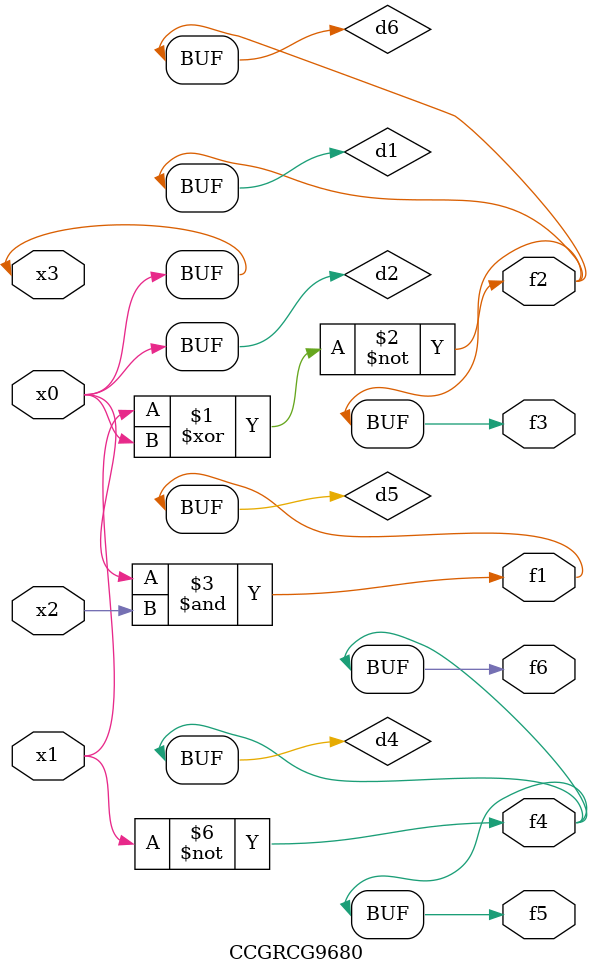
<source format=v>
module CCGRCG9680(
	input x0, x1, x2, x3,
	output f1, f2, f3, f4, f5, f6
);

	wire d1, d2, d3, d4, d5, d6;

	xnor (d1, x1, x3);
	buf (d2, x0, x3);
	nand (d3, x0, x2);
	not (d4, x1);
	nand (d5, d3);
	or (d6, d1);
	assign f1 = d5;
	assign f2 = d6;
	assign f3 = d6;
	assign f4 = d4;
	assign f5 = d4;
	assign f6 = d4;
endmodule

</source>
